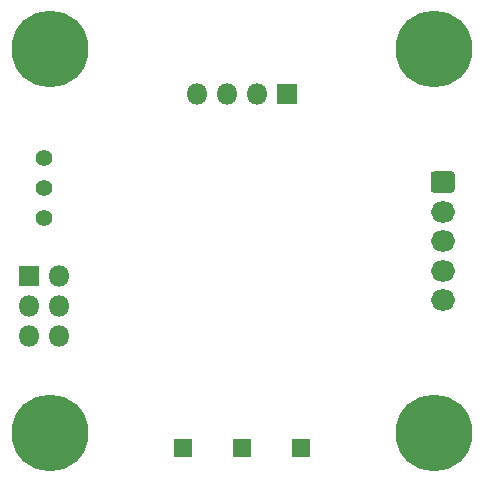
<source format=gbr>
G04 #@! TF.GenerationSoftware,KiCad,Pcbnew,(5.1.6-0-10_14)*
G04 #@! TF.CreationDate,2020-09-06T19:08:14+02:00*
G04 #@! TF.ProjectId,Tachometer pcb,54616368-6f6d-4657-9465-72207063622e,V2.0*
G04 #@! TF.SameCoordinates,Original*
G04 #@! TF.FileFunction,Soldermask,Bot*
G04 #@! TF.FilePolarity,Negative*
%FSLAX46Y46*%
G04 Gerber Fmt 4.6, Leading zero omitted, Abs format (unit mm)*
G04 Created by KiCad (PCBNEW (5.1.6-0-10_14)) date 2020-09-06 19:08:14*
%MOMM*%
%LPD*%
G01*
G04 APERTURE LIST*
%ADD10R,1.600000X1.600000*%
%ADD11C,1.408000*%
%ADD12O,1.800000X1.800000*%
%ADD13R,1.800000X1.800000*%
%ADD14O,2.050000X1.800000*%
%ADD15C,0.900000*%
%ADD16C,6.500000*%
G04 APERTURE END LIST*
D10*
X155000000Y-122500000D03*
X160000000Y-122500000D03*
X150000000Y-122500000D03*
D11*
X138250000Y-103000000D03*
X138250000Y-97920000D03*
X138250000Y-100460000D03*
D12*
X139540000Y-113000000D03*
X137000000Y-113000000D03*
X139540000Y-110460000D03*
X137000000Y-110460000D03*
X139540000Y-107920000D03*
D13*
X137000000Y-107920000D03*
D14*
X172000000Y-110000000D03*
X172000000Y-107500000D03*
X172000000Y-105000000D03*
X172000000Y-102500000D03*
G36*
G01*
X171239706Y-99100000D02*
X172760294Y-99100000D01*
G75*
G02*
X173025000Y-99364706I0J-264706D01*
G01*
X173025000Y-100635294D01*
G75*
G02*
X172760294Y-100900000I-264706J0D01*
G01*
X171239706Y-100900000D01*
G75*
G02*
X170975000Y-100635294I0J264706D01*
G01*
X170975000Y-99364706D01*
G75*
G02*
X171239706Y-99100000I264706J0D01*
G01*
G37*
D12*
X151180000Y-92500000D03*
X153720000Y-92500000D03*
X156260000Y-92500000D03*
D13*
X158800000Y-92500000D03*
D15*
X140447056Y-119552944D03*
X138750000Y-118850000D03*
X137052944Y-119552944D03*
X136350000Y-121250000D03*
X137052944Y-122947056D03*
X138750000Y-123650000D03*
X140447056Y-122947056D03*
X141150000Y-121250000D03*
D16*
X138750000Y-121250000D03*
X171250000Y-121250000D03*
D15*
X173650000Y-121250000D03*
X172947056Y-122947056D03*
X171250000Y-123650000D03*
X169552944Y-122947056D03*
X168850000Y-121250000D03*
X169552944Y-119552944D03*
X171250000Y-118850000D03*
X172947056Y-119552944D03*
X172947056Y-87052944D03*
X171250000Y-86350000D03*
X169552944Y-87052944D03*
X168850000Y-88750000D03*
X169552944Y-90447056D03*
X171250000Y-91150000D03*
X172947056Y-90447056D03*
X173650000Y-88750000D03*
D16*
X171250000Y-88750000D03*
D15*
X140447056Y-87052944D03*
X138750000Y-86350000D03*
X137052944Y-87052944D03*
X136350000Y-88750000D03*
X137052944Y-90447056D03*
X138750000Y-91150000D03*
X140447056Y-90447056D03*
X141150000Y-88750000D03*
D16*
X138750000Y-88750000D03*
M02*

</source>
